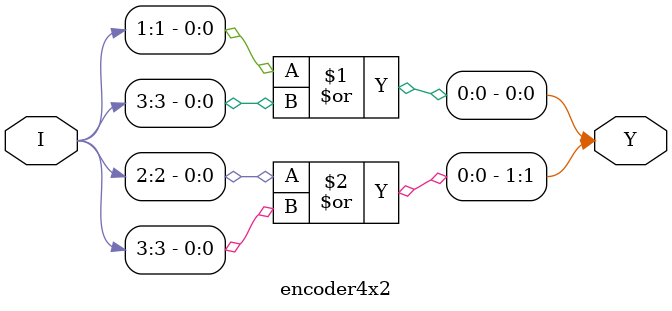
<source format=v>
`timescale 1ns / 1ps

module encoder4x2(
input [3:0]I,
output [1:0]Y
    );
    assign Y[0] =I[1] | I[3];
    assign Y[1] =I[2] | I[3];
endmodule

</source>
